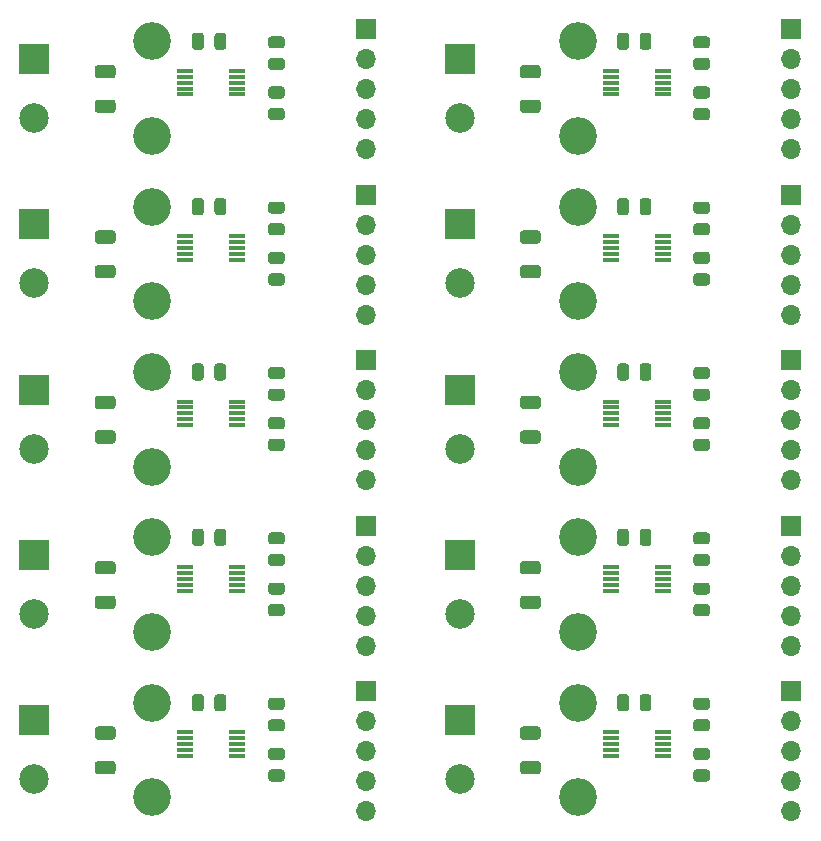
<source format=gbr>
%TF.GenerationSoftware,KiCad,Pcbnew,5.1.10*%
%TF.CreationDate,2021-11-07T07:50:52-05:00*%
%TF.ProjectId,CurrentSenseModule-RevB-10p,43757272-656e-4745-9365-6e73654d6f64,rev?*%
%TF.SameCoordinates,Original*%
%TF.FileFunction,Soldermask,Top*%
%TF.FilePolarity,Negative*%
%FSLAX46Y46*%
G04 Gerber Fmt 4.6, Leading zero omitted, Abs format (unit mm)*
G04 Created by KiCad (PCBNEW 5.1.10) date 2021-11-07 07:50:52*
%MOMM*%
%LPD*%
G01*
G04 APERTURE LIST*
%ADD10C,3.200000*%
%ADD11R,1.400000X0.300000*%
%ADD12C,2.500000*%
%ADD13R,2.500000X2.500000*%
%ADD14O,1.700000X1.700000*%
%ADD15R,1.700000X1.700000*%
G04 APERTURE END LIST*
D10*
%TO.C,REF\u002A\u002A*%
X114750000Y-63250000D03*
%TD*%
%TO.C,REF\u002A\u002A*%
X114750000Y-71250000D03*
%TD*%
D11*
%TO.C,U1*%
X117550000Y-67750000D03*
X117550000Y-67250000D03*
X117550000Y-66750000D03*
X117550000Y-66250000D03*
X117550000Y-65750000D03*
X121950000Y-65750000D03*
X121950000Y-66250000D03*
X121950000Y-66750000D03*
X121950000Y-67250000D03*
X121950000Y-67750000D03*
%TD*%
%TO.C,R3*%
G36*
G01*
X124799998Y-64650000D02*
X125700002Y-64650000D01*
G75*
G02*
X125950000Y-64899998I0J-249998D01*
G01*
X125950000Y-65425002D01*
G75*
G02*
X125700002Y-65675000I-249998J0D01*
G01*
X124799998Y-65675000D01*
G75*
G02*
X124550000Y-65425002I0J249998D01*
G01*
X124550000Y-64899998D01*
G75*
G02*
X124799998Y-64650000I249998J0D01*
G01*
G37*
G36*
G01*
X124799998Y-62825000D02*
X125700002Y-62825000D01*
G75*
G02*
X125950000Y-63074998I0J-249998D01*
G01*
X125950000Y-63600002D01*
G75*
G02*
X125700002Y-63850000I-249998J0D01*
G01*
X124799998Y-63850000D01*
G75*
G02*
X124550000Y-63600002I0J249998D01*
G01*
X124550000Y-63074998D01*
G75*
G02*
X124799998Y-62825000I249998J0D01*
G01*
G37*
%TD*%
%TO.C,R2*%
G36*
G01*
X125700002Y-68100000D02*
X124799998Y-68100000D01*
G75*
G02*
X124550000Y-67850002I0J249998D01*
G01*
X124550000Y-67324998D01*
G75*
G02*
X124799998Y-67075000I249998J0D01*
G01*
X125700002Y-67075000D01*
G75*
G02*
X125950000Y-67324998I0J-249998D01*
G01*
X125950000Y-67850002D01*
G75*
G02*
X125700002Y-68100000I-249998J0D01*
G01*
G37*
G36*
G01*
X125700002Y-69925000D02*
X124799998Y-69925000D01*
G75*
G02*
X124550000Y-69675002I0J249998D01*
G01*
X124550000Y-69149998D01*
G75*
G02*
X124799998Y-68900000I249998J0D01*
G01*
X125700002Y-68900000D01*
G75*
G02*
X125950000Y-69149998I0J-249998D01*
G01*
X125950000Y-69675002D01*
G75*
G02*
X125700002Y-69925000I-249998J0D01*
G01*
G37*
%TD*%
%TO.C,R1*%
G36*
G01*
X110124998Y-68187500D02*
X111375002Y-68187500D01*
G75*
G02*
X111625000Y-68437498I0J-249998D01*
G01*
X111625000Y-69062502D01*
G75*
G02*
X111375002Y-69312500I-249998J0D01*
G01*
X110124998Y-69312500D01*
G75*
G02*
X109875000Y-69062502I0J249998D01*
G01*
X109875000Y-68437498D01*
G75*
G02*
X110124998Y-68187500I249998J0D01*
G01*
G37*
G36*
G01*
X110124998Y-65262500D02*
X111375002Y-65262500D01*
G75*
G02*
X111625000Y-65512498I0J-249998D01*
G01*
X111625000Y-66137502D01*
G75*
G02*
X111375002Y-66387500I-249998J0D01*
G01*
X110124998Y-66387500D01*
G75*
G02*
X109875000Y-66137502I0J249998D01*
G01*
X109875000Y-65512498D01*
G75*
G02*
X110124998Y-65262500I249998J0D01*
G01*
G37*
%TD*%
D12*
%TO.C,J2*%
X104750000Y-69750000D03*
D13*
X104750000Y-64750000D03*
%TD*%
D14*
%TO.C,J1*%
X132850000Y-72410000D03*
X132850000Y-69870000D03*
X132850000Y-67330000D03*
X132850000Y-64790000D03*
D15*
X132850000Y-62250000D03*
%TD*%
%TO.C,C1*%
G36*
G01*
X120000000Y-63725000D02*
X120000000Y-62775000D01*
G75*
G02*
X120250000Y-62525000I250000J0D01*
G01*
X120750000Y-62525000D01*
G75*
G02*
X121000000Y-62775000I0J-250000D01*
G01*
X121000000Y-63725000D01*
G75*
G02*
X120750000Y-63975000I-250000J0D01*
G01*
X120250000Y-63975000D01*
G75*
G02*
X120000000Y-63725000I0J250000D01*
G01*
G37*
G36*
G01*
X118100000Y-63725000D02*
X118100000Y-62775000D01*
G75*
G02*
X118350000Y-62525000I250000J0D01*
G01*
X118850000Y-62525000D01*
G75*
G02*
X119100000Y-62775000I0J-250000D01*
G01*
X119100000Y-63725000D01*
G75*
G02*
X118850000Y-63975000I-250000J0D01*
G01*
X118350000Y-63975000D01*
G75*
G02*
X118100000Y-63725000I0J250000D01*
G01*
G37*
%TD*%
D10*
%TO.C,REF\u002A\u002A*%
X114750000Y-77250000D03*
%TD*%
%TO.C,REF\u002A\u002A*%
X114750000Y-85250000D03*
%TD*%
D11*
%TO.C,U1*%
X117550000Y-81750000D03*
X117550000Y-81250000D03*
X117550000Y-80750000D03*
X117550000Y-80250000D03*
X117550000Y-79750000D03*
X121950000Y-79750000D03*
X121950000Y-80250000D03*
X121950000Y-80750000D03*
X121950000Y-81250000D03*
X121950000Y-81750000D03*
%TD*%
%TO.C,R3*%
G36*
G01*
X124799998Y-78650000D02*
X125700002Y-78650000D01*
G75*
G02*
X125950000Y-78899998I0J-249998D01*
G01*
X125950000Y-79425002D01*
G75*
G02*
X125700002Y-79675000I-249998J0D01*
G01*
X124799998Y-79675000D01*
G75*
G02*
X124550000Y-79425002I0J249998D01*
G01*
X124550000Y-78899998D01*
G75*
G02*
X124799998Y-78650000I249998J0D01*
G01*
G37*
G36*
G01*
X124799998Y-76825000D02*
X125700002Y-76825000D01*
G75*
G02*
X125950000Y-77074998I0J-249998D01*
G01*
X125950000Y-77600002D01*
G75*
G02*
X125700002Y-77850000I-249998J0D01*
G01*
X124799998Y-77850000D01*
G75*
G02*
X124550000Y-77600002I0J249998D01*
G01*
X124550000Y-77074998D01*
G75*
G02*
X124799998Y-76825000I249998J0D01*
G01*
G37*
%TD*%
%TO.C,R2*%
G36*
G01*
X125700002Y-82100000D02*
X124799998Y-82100000D01*
G75*
G02*
X124550000Y-81850002I0J249998D01*
G01*
X124550000Y-81324998D01*
G75*
G02*
X124799998Y-81075000I249998J0D01*
G01*
X125700002Y-81075000D01*
G75*
G02*
X125950000Y-81324998I0J-249998D01*
G01*
X125950000Y-81850002D01*
G75*
G02*
X125700002Y-82100000I-249998J0D01*
G01*
G37*
G36*
G01*
X125700002Y-83925000D02*
X124799998Y-83925000D01*
G75*
G02*
X124550000Y-83675002I0J249998D01*
G01*
X124550000Y-83149998D01*
G75*
G02*
X124799998Y-82900000I249998J0D01*
G01*
X125700002Y-82900000D01*
G75*
G02*
X125950000Y-83149998I0J-249998D01*
G01*
X125950000Y-83675002D01*
G75*
G02*
X125700002Y-83925000I-249998J0D01*
G01*
G37*
%TD*%
%TO.C,R1*%
G36*
G01*
X110124998Y-82187500D02*
X111375002Y-82187500D01*
G75*
G02*
X111625000Y-82437498I0J-249998D01*
G01*
X111625000Y-83062502D01*
G75*
G02*
X111375002Y-83312500I-249998J0D01*
G01*
X110124998Y-83312500D01*
G75*
G02*
X109875000Y-83062502I0J249998D01*
G01*
X109875000Y-82437498D01*
G75*
G02*
X110124998Y-82187500I249998J0D01*
G01*
G37*
G36*
G01*
X110124998Y-79262500D02*
X111375002Y-79262500D01*
G75*
G02*
X111625000Y-79512498I0J-249998D01*
G01*
X111625000Y-80137502D01*
G75*
G02*
X111375002Y-80387500I-249998J0D01*
G01*
X110124998Y-80387500D01*
G75*
G02*
X109875000Y-80137502I0J249998D01*
G01*
X109875000Y-79512498D01*
G75*
G02*
X110124998Y-79262500I249998J0D01*
G01*
G37*
%TD*%
D12*
%TO.C,J2*%
X104750000Y-83750000D03*
D13*
X104750000Y-78750000D03*
%TD*%
D14*
%TO.C,J1*%
X132850000Y-86410000D03*
X132850000Y-83870000D03*
X132850000Y-81330000D03*
X132850000Y-78790000D03*
D15*
X132850000Y-76250000D03*
%TD*%
%TO.C,C1*%
G36*
G01*
X120000000Y-77725000D02*
X120000000Y-76775000D01*
G75*
G02*
X120250000Y-76525000I250000J0D01*
G01*
X120750000Y-76525000D01*
G75*
G02*
X121000000Y-76775000I0J-250000D01*
G01*
X121000000Y-77725000D01*
G75*
G02*
X120750000Y-77975000I-250000J0D01*
G01*
X120250000Y-77975000D01*
G75*
G02*
X120000000Y-77725000I0J250000D01*
G01*
G37*
G36*
G01*
X118100000Y-77725000D02*
X118100000Y-76775000D01*
G75*
G02*
X118350000Y-76525000I250000J0D01*
G01*
X118850000Y-76525000D01*
G75*
G02*
X119100000Y-76775000I0J-250000D01*
G01*
X119100000Y-77725000D01*
G75*
G02*
X118850000Y-77975000I-250000J0D01*
G01*
X118350000Y-77975000D01*
G75*
G02*
X118100000Y-77725000I0J250000D01*
G01*
G37*
%TD*%
D10*
%TO.C,REF\u002A\u002A*%
X150750000Y-63250000D03*
%TD*%
%TO.C,REF\u002A\u002A*%
X150750000Y-71250000D03*
%TD*%
D11*
%TO.C,U1*%
X153550000Y-67750000D03*
X153550000Y-67250000D03*
X153550000Y-66750000D03*
X153550000Y-66250000D03*
X153550000Y-65750000D03*
X157950000Y-65750000D03*
X157950000Y-66250000D03*
X157950000Y-66750000D03*
X157950000Y-67250000D03*
X157950000Y-67750000D03*
%TD*%
%TO.C,R3*%
G36*
G01*
X160799998Y-64650000D02*
X161700002Y-64650000D01*
G75*
G02*
X161950000Y-64899998I0J-249998D01*
G01*
X161950000Y-65425002D01*
G75*
G02*
X161700002Y-65675000I-249998J0D01*
G01*
X160799998Y-65675000D01*
G75*
G02*
X160550000Y-65425002I0J249998D01*
G01*
X160550000Y-64899998D01*
G75*
G02*
X160799998Y-64650000I249998J0D01*
G01*
G37*
G36*
G01*
X160799998Y-62825000D02*
X161700002Y-62825000D01*
G75*
G02*
X161950000Y-63074998I0J-249998D01*
G01*
X161950000Y-63600002D01*
G75*
G02*
X161700002Y-63850000I-249998J0D01*
G01*
X160799998Y-63850000D01*
G75*
G02*
X160550000Y-63600002I0J249998D01*
G01*
X160550000Y-63074998D01*
G75*
G02*
X160799998Y-62825000I249998J0D01*
G01*
G37*
%TD*%
%TO.C,R2*%
G36*
G01*
X161700002Y-68100000D02*
X160799998Y-68100000D01*
G75*
G02*
X160550000Y-67850002I0J249998D01*
G01*
X160550000Y-67324998D01*
G75*
G02*
X160799998Y-67075000I249998J0D01*
G01*
X161700002Y-67075000D01*
G75*
G02*
X161950000Y-67324998I0J-249998D01*
G01*
X161950000Y-67850002D01*
G75*
G02*
X161700002Y-68100000I-249998J0D01*
G01*
G37*
G36*
G01*
X161700002Y-69925000D02*
X160799998Y-69925000D01*
G75*
G02*
X160550000Y-69675002I0J249998D01*
G01*
X160550000Y-69149998D01*
G75*
G02*
X160799998Y-68900000I249998J0D01*
G01*
X161700002Y-68900000D01*
G75*
G02*
X161950000Y-69149998I0J-249998D01*
G01*
X161950000Y-69675002D01*
G75*
G02*
X161700002Y-69925000I-249998J0D01*
G01*
G37*
%TD*%
%TO.C,R1*%
G36*
G01*
X146124998Y-68187500D02*
X147375002Y-68187500D01*
G75*
G02*
X147625000Y-68437498I0J-249998D01*
G01*
X147625000Y-69062502D01*
G75*
G02*
X147375002Y-69312500I-249998J0D01*
G01*
X146124998Y-69312500D01*
G75*
G02*
X145875000Y-69062502I0J249998D01*
G01*
X145875000Y-68437498D01*
G75*
G02*
X146124998Y-68187500I249998J0D01*
G01*
G37*
G36*
G01*
X146124998Y-65262500D02*
X147375002Y-65262500D01*
G75*
G02*
X147625000Y-65512498I0J-249998D01*
G01*
X147625000Y-66137502D01*
G75*
G02*
X147375002Y-66387500I-249998J0D01*
G01*
X146124998Y-66387500D01*
G75*
G02*
X145875000Y-66137502I0J249998D01*
G01*
X145875000Y-65512498D01*
G75*
G02*
X146124998Y-65262500I249998J0D01*
G01*
G37*
%TD*%
D12*
%TO.C,J2*%
X140750000Y-69750000D03*
D13*
X140750000Y-64750000D03*
%TD*%
D14*
%TO.C,J1*%
X168850000Y-72410000D03*
X168850000Y-69870000D03*
X168850000Y-67330000D03*
X168850000Y-64790000D03*
D15*
X168850000Y-62250000D03*
%TD*%
%TO.C,C1*%
G36*
G01*
X156000000Y-63725000D02*
X156000000Y-62775000D01*
G75*
G02*
X156250000Y-62525000I250000J0D01*
G01*
X156750000Y-62525000D01*
G75*
G02*
X157000000Y-62775000I0J-250000D01*
G01*
X157000000Y-63725000D01*
G75*
G02*
X156750000Y-63975000I-250000J0D01*
G01*
X156250000Y-63975000D01*
G75*
G02*
X156000000Y-63725000I0J250000D01*
G01*
G37*
G36*
G01*
X154100000Y-63725000D02*
X154100000Y-62775000D01*
G75*
G02*
X154350000Y-62525000I250000J0D01*
G01*
X154850000Y-62525000D01*
G75*
G02*
X155100000Y-62775000I0J-250000D01*
G01*
X155100000Y-63725000D01*
G75*
G02*
X154850000Y-63975000I-250000J0D01*
G01*
X154350000Y-63975000D01*
G75*
G02*
X154100000Y-63725000I0J250000D01*
G01*
G37*
%TD*%
D10*
%TO.C,REF\u002A\u002A*%
X150750000Y-77250000D03*
%TD*%
%TO.C,REF\u002A\u002A*%
X150750000Y-85250000D03*
%TD*%
D11*
%TO.C,U1*%
X153550000Y-81750000D03*
X153550000Y-81250000D03*
X153550000Y-80750000D03*
X153550000Y-80250000D03*
X153550000Y-79750000D03*
X157950000Y-79750000D03*
X157950000Y-80250000D03*
X157950000Y-80750000D03*
X157950000Y-81250000D03*
X157950000Y-81750000D03*
%TD*%
%TO.C,R3*%
G36*
G01*
X160799998Y-78650000D02*
X161700002Y-78650000D01*
G75*
G02*
X161950000Y-78899998I0J-249998D01*
G01*
X161950000Y-79425002D01*
G75*
G02*
X161700002Y-79675000I-249998J0D01*
G01*
X160799998Y-79675000D01*
G75*
G02*
X160550000Y-79425002I0J249998D01*
G01*
X160550000Y-78899998D01*
G75*
G02*
X160799998Y-78650000I249998J0D01*
G01*
G37*
G36*
G01*
X160799998Y-76825000D02*
X161700002Y-76825000D01*
G75*
G02*
X161950000Y-77074998I0J-249998D01*
G01*
X161950000Y-77600002D01*
G75*
G02*
X161700002Y-77850000I-249998J0D01*
G01*
X160799998Y-77850000D01*
G75*
G02*
X160550000Y-77600002I0J249998D01*
G01*
X160550000Y-77074998D01*
G75*
G02*
X160799998Y-76825000I249998J0D01*
G01*
G37*
%TD*%
%TO.C,R2*%
G36*
G01*
X161700002Y-82100000D02*
X160799998Y-82100000D01*
G75*
G02*
X160550000Y-81850002I0J249998D01*
G01*
X160550000Y-81324998D01*
G75*
G02*
X160799998Y-81075000I249998J0D01*
G01*
X161700002Y-81075000D01*
G75*
G02*
X161950000Y-81324998I0J-249998D01*
G01*
X161950000Y-81850002D01*
G75*
G02*
X161700002Y-82100000I-249998J0D01*
G01*
G37*
G36*
G01*
X161700002Y-83925000D02*
X160799998Y-83925000D01*
G75*
G02*
X160550000Y-83675002I0J249998D01*
G01*
X160550000Y-83149998D01*
G75*
G02*
X160799998Y-82900000I249998J0D01*
G01*
X161700002Y-82900000D01*
G75*
G02*
X161950000Y-83149998I0J-249998D01*
G01*
X161950000Y-83675002D01*
G75*
G02*
X161700002Y-83925000I-249998J0D01*
G01*
G37*
%TD*%
%TO.C,R1*%
G36*
G01*
X146124998Y-82187500D02*
X147375002Y-82187500D01*
G75*
G02*
X147625000Y-82437498I0J-249998D01*
G01*
X147625000Y-83062502D01*
G75*
G02*
X147375002Y-83312500I-249998J0D01*
G01*
X146124998Y-83312500D01*
G75*
G02*
X145875000Y-83062502I0J249998D01*
G01*
X145875000Y-82437498D01*
G75*
G02*
X146124998Y-82187500I249998J0D01*
G01*
G37*
G36*
G01*
X146124998Y-79262500D02*
X147375002Y-79262500D01*
G75*
G02*
X147625000Y-79512498I0J-249998D01*
G01*
X147625000Y-80137502D01*
G75*
G02*
X147375002Y-80387500I-249998J0D01*
G01*
X146124998Y-80387500D01*
G75*
G02*
X145875000Y-80137502I0J249998D01*
G01*
X145875000Y-79512498D01*
G75*
G02*
X146124998Y-79262500I249998J0D01*
G01*
G37*
%TD*%
D12*
%TO.C,J2*%
X140750000Y-83750000D03*
D13*
X140750000Y-78750000D03*
%TD*%
D14*
%TO.C,J1*%
X168850000Y-86410000D03*
X168850000Y-83870000D03*
X168850000Y-81330000D03*
X168850000Y-78790000D03*
D15*
X168850000Y-76250000D03*
%TD*%
%TO.C,C1*%
G36*
G01*
X156000000Y-77725000D02*
X156000000Y-76775000D01*
G75*
G02*
X156250000Y-76525000I250000J0D01*
G01*
X156750000Y-76525000D01*
G75*
G02*
X157000000Y-76775000I0J-250000D01*
G01*
X157000000Y-77725000D01*
G75*
G02*
X156750000Y-77975000I-250000J0D01*
G01*
X156250000Y-77975000D01*
G75*
G02*
X156000000Y-77725000I0J250000D01*
G01*
G37*
G36*
G01*
X154100000Y-77725000D02*
X154100000Y-76775000D01*
G75*
G02*
X154350000Y-76525000I250000J0D01*
G01*
X154850000Y-76525000D01*
G75*
G02*
X155100000Y-76775000I0J-250000D01*
G01*
X155100000Y-77725000D01*
G75*
G02*
X154850000Y-77975000I-250000J0D01*
G01*
X154350000Y-77975000D01*
G75*
G02*
X154100000Y-77725000I0J250000D01*
G01*
G37*
%TD*%
D10*
%TO.C,REF\u002A\u002A*%
X114750000Y-91250000D03*
%TD*%
%TO.C,REF\u002A\u002A*%
X114750000Y-99250000D03*
%TD*%
D11*
%TO.C,U1*%
X117550000Y-95750000D03*
X117550000Y-95250000D03*
X117550000Y-94750000D03*
X117550000Y-94250000D03*
X117550000Y-93750000D03*
X121950000Y-93750000D03*
X121950000Y-94250000D03*
X121950000Y-94750000D03*
X121950000Y-95250000D03*
X121950000Y-95750000D03*
%TD*%
%TO.C,R3*%
G36*
G01*
X124799998Y-92650000D02*
X125700002Y-92650000D01*
G75*
G02*
X125950000Y-92899998I0J-249998D01*
G01*
X125950000Y-93425002D01*
G75*
G02*
X125700002Y-93675000I-249998J0D01*
G01*
X124799998Y-93675000D01*
G75*
G02*
X124550000Y-93425002I0J249998D01*
G01*
X124550000Y-92899998D01*
G75*
G02*
X124799998Y-92650000I249998J0D01*
G01*
G37*
G36*
G01*
X124799998Y-90825000D02*
X125700002Y-90825000D01*
G75*
G02*
X125950000Y-91074998I0J-249998D01*
G01*
X125950000Y-91600002D01*
G75*
G02*
X125700002Y-91850000I-249998J0D01*
G01*
X124799998Y-91850000D01*
G75*
G02*
X124550000Y-91600002I0J249998D01*
G01*
X124550000Y-91074998D01*
G75*
G02*
X124799998Y-90825000I249998J0D01*
G01*
G37*
%TD*%
%TO.C,R2*%
G36*
G01*
X125700002Y-96100000D02*
X124799998Y-96100000D01*
G75*
G02*
X124550000Y-95850002I0J249998D01*
G01*
X124550000Y-95324998D01*
G75*
G02*
X124799998Y-95075000I249998J0D01*
G01*
X125700002Y-95075000D01*
G75*
G02*
X125950000Y-95324998I0J-249998D01*
G01*
X125950000Y-95850002D01*
G75*
G02*
X125700002Y-96100000I-249998J0D01*
G01*
G37*
G36*
G01*
X125700002Y-97925000D02*
X124799998Y-97925000D01*
G75*
G02*
X124550000Y-97675002I0J249998D01*
G01*
X124550000Y-97149998D01*
G75*
G02*
X124799998Y-96900000I249998J0D01*
G01*
X125700002Y-96900000D01*
G75*
G02*
X125950000Y-97149998I0J-249998D01*
G01*
X125950000Y-97675002D01*
G75*
G02*
X125700002Y-97925000I-249998J0D01*
G01*
G37*
%TD*%
%TO.C,R1*%
G36*
G01*
X110124998Y-96187500D02*
X111375002Y-96187500D01*
G75*
G02*
X111625000Y-96437498I0J-249998D01*
G01*
X111625000Y-97062502D01*
G75*
G02*
X111375002Y-97312500I-249998J0D01*
G01*
X110124998Y-97312500D01*
G75*
G02*
X109875000Y-97062502I0J249998D01*
G01*
X109875000Y-96437498D01*
G75*
G02*
X110124998Y-96187500I249998J0D01*
G01*
G37*
G36*
G01*
X110124998Y-93262500D02*
X111375002Y-93262500D01*
G75*
G02*
X111625000Y-93512498I0J-249998D01*
G01*
X111625000Y-94137502D01*
G75*
G02*
X111375002Y-94387500I-249998J0D01*
G01*
X110124998Y-94387500D01*
G75*
G02*
X109875000Y-94137502I0J249998D01*
G01*
X109875000Y-93512498D01*
G75*
G02*
X110124998Y-93262500I249998J0D01*
G01*
G37*
%TD*%
D12*
%TO.C,J2*%
X104750000Y-97750000D03*
D13*
X104750000Y-92750000D03*
%TD*%
D14*
%TO.C,J1*%
X132850000Y-100410000D03*
X132850000Y-97870000D03*
X132850000Y-95330000D03*
X132850000Y-92790000D03*
D15*
X132850000Y-90250000D03*
%TD*%
%TO.C,C1*%
G36*
G01*
X120000000Y-91725000D02*
X120000000Y-90775000D01*
G75*
G02*
X120250000Y-90525000I250000J0D01*
G01*
X120750000Y-90525000D01*
G75*
G02*
X121000000Y-90775000I0J-250000D01*
G01*
X121000000Y-91725000D01*
G75*
G02*
X120750000Y-91975000I-250000J0D01*
G01*
X120250000Y-91975000D01*
G75*
G02*
X120000000Y-91725000I0J250000D01*
G01*
G37*
G36*
G01*
X118100000Y-91725000D02*
X118100000Y-90775000D01*
G75*
G02*
X118350000Y-90525000I250000J0D01*
G01*
X118850000Y-90525000D01*
G75*
G02*
X119100000Y-90775000I0J-250000D01*
G01*
X119100000Y-91725000D01*
G75*
G02*
X118850000Y-91975000I-250000J0D01*
G01*
X118350000Y-91975000D01*
G75*
G02*
X118100000Y-91725000I0J250000D01*
G01*
G37*
%TD*%
D10*
%TO.C,REF\u002A\u002A*%
X150750000Y-91250000D03*
%TD*%
%TO.C,REF\u002A\u002A*%
X150750000Y-99250000D03*
%TD*%
D11*
%TO.C,U1*%
X153550000Y-95750000D03*
X153550000Y-95250000D03*
X153550000Y-94750000D03*
X153550000Y-94250000D03*
X153550000Y-93750000D03*
X157950000Y-93750000D03*
X157950000Y-94250000D03*
X157950000Y-94750000D03*
X157950000Y-95250000D03*
X157950000Y-95750000D03*
%TD*%
%TO.C,R3*%
G36*
G01*
X160799998Y-92650000D02*
X161700002Y-92650000D01*
G75*
G02*
X161950000Y-92899998I0J-249998D01*
G01*
X161950000Y-93425002D01*
G75*
G02*
X161700002Y-93675000I-249998J0D01*
G01*
X160799998Y-93675000D01*
G75*
G02*
X160550000Y-93425002I0J249998D01*
G01*
X160550000Y-92899998D01*
G75*
G02*
X160799998Y-92650000I249998J0D01*
G01*
G37*
G36*
G01*
X160799998Y-90825000D02*
X161700002Y-90825000D01*
G75*
G02*
X161950000Y-91074998I0J-249998D01*
G01*
X161950000Y-91600002D01*
G75*
G02*
X161700002Y-91850000I-249998J0D01*
G01*
X160799998Y-91850000D01*
G75*
G02*
X160550000Y-91600002I0J249998D01*
G01*
X160550000Y-91074998D01*
G75*
G02*
X160799998Y-90825000I249998J0D01*
G01*
G37*
%TD*%
%TO.C,R2*%
G36*
G01*
X161700002Y-96100000D02*
X160799998Y-96100000D01*
G75*
G02*
X160550000Y-95850002I0J249998D01*
G01*
X160550000Y-95324998D01*
G75*
G02*
X160799998Y-95075000I249998J0D01*
G01*
X161700002Y-95075000D01*
G75*
G02*
X161950000Y-95324998I0J-249998D01*
G01*
X161950000Y-95850002D01*
G75*
G02*
X161700002Y-96100000I-249998J0D01*
G01*
G37*
G36*
G01*
X161700002Y-97925000D02*
X160799998Y-97925000D01*
G75*
G02*
X160550000Y-97675002I0J249998D01*
G01*
X160550000Y-97149998D01*
G75*
G02*
X160799998Y-96900000I249998J0D01*
G01*
X161700002Y-96900000D01*
G75*
G02*
X161950000Y-97149998I0J-249998D01*
G01*
X161950000Y-97675002D01*
G75*
G02*
X161700002Y-97925000I-249998J0D01*
G01*
G37*
%TD*%
%TO.C,R1*%
G36*
G01*
X146124998Y-96187500D02*
X147375002Y-96187500D01*
G75*
G02*
X147625000Y-96437498I0J-249998D01*
G01*
X147625000Y-97062502D01*
G75*
G02*
X147375002Y-97312500I-249998J0D01*
G01*
X146124998Y-97312500D01*
G75*
G02*
X145875000Y-97062502I0J249998D01*
G01*
X145875000Y-96437498D01*
G75*
G02*
X146124998Y-96187500I249998J0D01*
G01*
G37*
G36*
G01*
X146124998Y-93262500D02*
X147375002Y-93262500D01*
G75*
G02*
X147625000Y-93512498I0J-249998D01*
G01*
X147625000Y-94137502D01*
G75*
G02*
X147375002Y-94387500I-249998J0D01*
G01*
X146124998Y-94387500D01*
G75*
G02*
X145875000Y-94137502I0J249998D01*
G01*
X145875000Y-93512498D01*
G75*
G02*
X146124998Y-93262500I249998J0D01*
G01*
G37*
%TD*%
D12*
%TO.C,J2*%
X140750000Y-97750000D03*
D13*
X140750000Y-92750000D03*
%TD*%
D14*
%TO.C,J1*%
X168850000Y-100410000D03*
X168850000Y-97870000D03*
X168850000Y-95330000D03*
X168850000Y-92790000D03*
D15*
X168850000Y-90250000D03*
%TD*%
%TO.C,C1*%
G36*
G01*
X156000000Y-91725000D02*
X156000000Y-90775000D01*
G75*
G02*
X156250000Y-90525000I250000J0D01*
G01*
X156750000Y-90525000D01*
G75*
G02*
X157000000Y-90775000I0J-250000D01*
G01*
X157000000Y-91725000D01*
G75*
G02*
X156750000Y-91975000I-250000J0D01*
G01*
X156250000Y-91975000D01*
G75*
G02*
X156000000Y-91725000I0J250000D01*
G01*
G37*
G36*
G01*
X154100000Y-91725000D02*
X154100000Y-90775000D01*
G75*
G02*
X154350000Y-90525000I250000J0D01*
G01*
X154850000Y-90525000D01*
G75*
G02*
X155100000Y-90775000I0J-250000D01*
G01*
X155100000Y-91725000D01*
G75*
G02*
X154850000Y-91975000I-250000J0D01*
G01*
X154350000Y-91975000D01*
G75*
G02*
X154100000Y-91725000I0J250000D01*
G01*
G37*
%TD*%
D10*
%TO.C,REF\u002A\u002A*%
X114750000Y-105250000D03*
%TD*%
%TO.C,REF\u002A\u002A*%
X114750000Y-113250000D03*
%TD*%
D11*
%TO.C,U1*%
X117550000Y-109750000D03*
X117550000Y-109250000D03*
X117550000Y-108750000D03*
X117550000Y-108250000D03*
X117550000Y-107750000D03*
X121950000Y-107750000D03*
X121950000Y-108250000D03*
X121950000Y-108750000D03*
X121950000Y-109250000D03*
X121950000Y-109750000D03*
%TD*%
%TO.C,R3*%
G36*
G01*
X124799998Y-106650000D02*
X125700002Y-106650000D01*
G75*
G02*
X125950000Y-106899998I0J-249998D01*
G01*
X125950000Y-107425002D01*
G75*
G02*
X125700002Y-107675000I-249998J0D01*
G01*
X124799998Y-107675000D01*
G75*
G02*
X124550000Y-107425002I0J249998D01*
G01*
X124550000Y-106899998D01*
G75*
G02*
X124799998Y-106650000I249998J0D01*
G01*
G37*
G36*
G01*
X124799998Y-104825000D02*
X125700002Y-104825000D01*
G75*
G02*
X125950000Y-105074998I0J-249998D01*
G01*
X125950000Y-105600002D01*
G75*
G02*
X125700002Y-105850000I-249998J0D01*
G01*
X124799998Y-105850000D01*
G75*
G02*
X124550000Y-105600002I0J249998D01*
G01*
X124550000Y-105074998D01*
G75*
G02*
X124799998Y-104825000I249998J0D01*
G01*
G37*
%TD*%
%TO.C,R2*%
G36*
G01*
X125700002Y-110100000D02*
X124799998Y-110100000D01*
G75*
G02*
X124550000Y-109850002I0J249998D01*
G01*
X124550000Y-109324998D01*
G75*
G02*
X124799998Y-109075000I249998J0D01*
G01*
X125700002Y-109075000D01*
G75*
G02*
X125950000Y-109324998I0J-249998D01*
G01*
X125950000Y-109850002D01*
G75*
G02*
X125700002Y-110100000I-249998J0D01*
G01*
G37*
G36*
G01*
X125700002Y-111925000D02*
X124799998Y-111925000D01*
G75*
G02*
X124550000Y-111675002I0J249998D01*
G01*
X124550000Y-111149998D01*
G75*
G02*
X124799998Y-110900000I249998J0D01*
G01*
X125700002Y-110900000D01*
G75*
G02*
X125950000Y-111149998I0J-249998D01*
G01*
X125950000Y-111675002D01*
G75*
G02*
X125700002Y-111925000I-249998J0D01*
G01*
G37*
%TD*%
%TO.C,R1*%
G36*
G01*
X110124998Y-110187500D02*
X111375002Y-110187500D01*
G75*
G02*
X111625000Y-110437498I0J-249998D01*
G01*
X111625000Y-111062502D01*
G75*
G02*
X111375002Y-111312500I-249998J0D01*
G01*
X110124998Y-111312500D01*
G75*
G02*
X109875000Y-111062502I0J249998D01*
G01*
X109875000Y-110437498D01*
G75*
G02*
X110124998Y-110187500I249998J0D01*
G01*
G37*
G36*
G01*
X110124998Y-107262500D02*
X111375002Y-107262500D01*
G75*
G02*
X111625000Y-107512498I0J-249998D01*
G01*
X111625000Y-108137502D01*
G75*
G02*
X111375002Y-108387500I-249998J0D01*
G01*
X110124998Y-108387500D01*
G75*
G02*
X109875000Y-108137502I0J249998D01*
G01*
X109875000Y-107512498D01*
G75*
G02*
X110124998Y-107262500I249998J0D01*
G01*
G37*
%TD*%
D12*
%TO.C,J2*%
X104750000Y-111750000D03*
D13*
X104750000Y-106750000D03*
%TD*%
D14*
%TO.C,J1*%
X132850000Y-114410000D03*
X132850000Y-111870000D03*
X132850000Y-109330000D03*
X132850000Y-106790000D03*
D15*
X132850000Y-104250000D03*
%TD*%
%TO.C,C1*%
G36*
G01*
X120000000Y-105725000D02*
X120000000Y-104775000D01*
G75*
G02*
X120250000Y-104525000I250000J0D01*
G01*
X120750000Y-104525000D01*
G75*
G02*
X121000000Y-104775000I0J-250000D01*
G01*
X121000000Y-105725000D01*
G75*
G02*
X120750000Y-105975000I-250000J0D01*
G01*
X120250000Y-105975000D01*
G75*
G02*
X120000000Y-105725000I0J250000D01*
G01*
G37*
G36*
G01*
X118100000Y-105725000D02*
X118100000Y-104775000D01*
G75*
G02*
X118350000Y-104525000I250000J0D01*
G01*
X118850000Y-104525000D01*
G75*
G02*
X119100000Y-104775000I0J-250000D01*
G01*
X119100000Y-105725000D01*
G75*
G02*
X118850000Y-105975000I-250000J0D01*
G01*
X118350000Y-105975000D01*
G75*
G02*
X118100000Y-105725000I0J250000D01*
G01*
G37*
%TD*%
D10*
%TO.C,REF\u002A\u002A*%
X150750000Y-105250000D03*
%TD*%
%TO.C,REF\u002A\u002A*%
X150750000Y-113250000D03*
%TD*%
D11*
%TO.C,U1*%
X153550000Y-109750000D03*
X153550000Y-109250000D03*
X153550000Y-108750000D03*
X153550000Y-108250000D03*
X153550000Y-107750000D03*
X157950000Y-107750000D03*
X157950000Y-108250000D03*
X157950000Y-108750000D03*
X157950000Y-109250000D03*
X157950000Y-109750000D03*
%TD*%
%TO.C,R3*%
G36*
G01*
X160799998Y-106650000D02*
X161700002Y-106650000D01*
G75*
G02*
X161950000Y-106899998I0J-249998D01*
G01*
X161950000Y-107425002D01*
G75*
G02*
X161700002Y-107675000I-249998J0D01*
G01*
X160799998Y-107675000D01*
G75*
G02*
X160550000Y-107425002I0J249998D01*
G01*
X160550000Y-106899998D01*
G75*
G02*
X160799998Y-106650000I249998J0D01*
G01*
G37*
G36*
G01*
X160799998Y-104825000D02*
X161700002Y-104825000D01*
G75*
G02*
X161950000Y-105074998I0J-249998D01*
G01*
X161950000Y-105600002D01*
G75*
G02*
X161700002Y-105850000I-249998J0D01*
G01*
X160799998Y-105850000D01*
G75*
G02*
X160550000Y-105600002I0J249998D01*
G01*
X160550000Y-105074998D01*
G75*
G02*
X160799998Y-104825000I249998J0D01*
G01*
G37*
%TD*%
%TO.C,R2*%
G36*
G01*
X161700002Y-110100000D02*
X160799998Y-110100000D01*
G75*
G02*
X160550000Y-109850002I0J249998D01*
G01*
X160550000Y-109324998D01*
G75*
G02*
X160799998Y-109075000I249998J0D01*
G01*
X161700002Y-109075000D01*
G75*
G02*
X161950000Y-109324998I0J-249998D01*
G01*
X161950000Y-109850002D01*
G75*
G02*
X161700002Y-110100000I-249998J0D01*
G01*
G37*
G36*
G01*
X161700002Y-111925000D02*
X160799998Y-111925000D01*
G75*
G02*
X160550000Y-111675002I0J249998D01*
G01*
X160550000Y-111149998D01*
G75*
G02*
X160799998Y-110900000I249998J0D01*
G01*
X161700002Y-110900000D01*
G75*
G02*
X161950000Y-111149998I0J-249998D01*
G01*
X161950000Y-111675002D01*
G75*
G02*
X161700002Y-111925000I-249998J0D01*
G01*
G37*
%TD*%
%TO.C,R1*%
G36*
G01*
X146124998Y-110187500D02*
X147375002Y-110187500D01*
G75*
G02*
X147625000Y-110437498I0J-249998D01*
G01*
X147625000Y-111062502D01*
G75*
G02*
X147375002Y-111312500I-249998J0D01*
G01*
X146124998Y-111312500D01*
G75*
G02*
X145875000Y-111062502I0J249998D01*
G01*
X145875000Y-110437498D01*
G75*
G02*
X146124998Y-110187500I249998J0D01*
G01*
G37*
G36*
G01*
X146124998Y-107262500D02*
X147375002Y-107262500D01*
G75*
G02*
X147625000Y-107512498I0J-249998D01*
G01*
X147625000Y-108137502D01*
G75*
G02*
X147375002Y-108387500I-249998J0D01*
G01*
X146124998Y-108387500D01*
G75*
G02*
X145875000Y-108137502I0J249998D01*
G01*
X145875000Y-107512498D01*
G75*
G02*
X146124998Y-107262500I249998J0D01*
G01*
G37*
%TD*%
D12*
%TO.C,J2*%
X140750000Y-111750000D03*
D13*
X140750000Y-106750000D03*
%TD*%
D14*
%TO.C,J1*%
X168850000Y-114410000D03*
X168850000Y-111870000D03*
X168850000Y-109330000D03*
X168850000Y-106790000D03*
D15*
X168850000Y-104250000D03*
%TD*%
%TO.C,C1*%
G36*
G01*
X156000000Y-105725000D02*
X156000000Y-104775000D01*
G75*
G02*
X156250000Y-104525000I250000J0D01*
G01*
X156750000Y-104525000D01*
G75*
G02*
X157000000Y-104775000I0J-250000D01*
G01*
X157000000Y-105725000D01*
G75*
G02*
X156750000Y-105975000I-250000J0D01*
G01*
X156250000Y-105975000D01*
G75*
G02*
X156000000Y-105725000I0J250000D01*
G01*
G37*
G36*
G01*
X154100000Y-105725000D02*
X154100000Y-104775000D01*
G75*
G02*
X154350000Y-104525000I250000J0D01*
G01*
X154850000Y-104525000D01*
G75*
G02*
X155100000Y-104775000I0J-250000D01*
G01*
X155100000Y-105725000D01*
G75*
G02*
X154850000Y-105975000I-250000J0D01*
G01*
X154350000Y-105975000D01*
G75*
G02*
X154100000Y-105725000I0J250000D01*
G01*
G37*
%TD*%
D10*
%TO.C,REF\u002A\u002A*%
X114750000Y-119250000D03*
%TD*%
%TO.C,REF\u002A\u002A*%
X114750000Y-127250000D03*
%TD*%
D11*
%TO.C,U1*%
X117550000Y-123750000D03*
X117550000Y-123250000D03*
X117550000Y-122750000D03*
X117550000Y-122250000D03*
X117550000Y-121750000D03*
X121950000Y-121750000D03*
X121950000Y-122250000D03*
X121950000Y-122750000D03*
X121950000Y-123250000D03*
X121950000Y-123750000D03*
%TD*%
%TO.C,R3*%
G36*
G01*
X124799998Y-120650000D02*
X125700002Y-120650000D01*
G75*
G02*
X125950000Y-120899998I0J-249998D01*
G01*
X125950000Y-121425002D01*
G75*
G02*
X125700002Y-121675000I-249998J0D01*
G01*
X124799998Y-121675000D01*
G75*
G02*
X124550000Y-121425002I0J249998D01*
G01*
X124550000Y-120899998D01*
G75*
G02*
X124799998Y-120650000I249998J0D01*
G01*
G37*
G36*
G01*
X124799998Y-118825000D02*
X125700002Y-118825000D01*
G75*
G02*
X125950000Y-119074998I0J-249998D01*
G01*
X125950000Y-119600002D01*
G75*
G02*
X125700002Y-119850000I-249998J0D01*
G01*
X124799998Y-119850000D01*
G75*
G02*
X124550000Y-119600002I0J249998D01*
G01*
X124550000Y-119074998D01*
G75*
G02*
X124799998Y-118825000I249998J0D01*
G01*
G37*
%TD*%
%TO.C,R2*%
G36*
G01*
X125700002Y-124100000D02*
X124799998Y-124100000D01*
G75*
G02*
X124550000Y-123850002I0J249998D01*
G01*
X124550000Y-123324998D01*
G75*
G02*
X124799998Y-123075000I249998J0D01*
G01*
X125700002Y-123075000D01*
G75*
G02*
X125950000Y-123324998I0J-249998D01*
G01*
X125950000Y-123850002D01*
G75*
G02*
X125700002Y-124100000I-249998J0D01*
G01*
G37*
G36*
G01*
X125700002Y-125925000D02*
X124799998Y-125925000D01*
G75*
G02*
X124550000Y-125675002I0J249998D01*
G01*
X124550000Y-125149998D01*
G75*
G02*
X124799998Y-124900000I249998J0D01*
G01*
X125700002Y-124900000D01*
G75*
G02*
X125950000Y-125149998I0J-249998D01*
G01*
X125950000Y-125675002D01*
G75*
G02*
X125700002Y-125925000I-249998J0D01*
G01*
G37*
%TD*%
%TO.C,R1*%
G36*
G01*
X110124998Y-124187500D02*
X111375002Y-124187500D01*
G75*
G02*
X111625000Y-124437498I0J-249998D01*
G01*
X111625000Y-125062502D01*
G75*
G02*
X111375002Y-125312500I-249998J0D01*
G01*
X110124998Y-125312500D01*
G75*
G02*
X109875000Y-125062502I0J249998D01*
G01*
X109875000Y-124437498D01*
G75*
G02*
X110124998Y-124187500I249998J0D01*
G01*
G37*
G36*
G01*
X110124998Y-121262500D02*
X111375002Y-121262500D01*
G75*
G02*
X111625000Y-121512498I0J-249998D01*
G01*
X111625000Y-122137502D01*
G75*
G02*
X111375002Y-122387500I-249998J0D01*
G01*
X110124998Y-122387500D01*
G75*
G02*
X109875000Y-122137502I0J249998D01*
G01*
X109875000Y-121512498D01*
G75*
G02*
X110124998Y-121262500I249998J0D01*
G01*
G37*
%TD*%
D12*
%TO.C,J2*%
X104750000Y-125750000D03*
D13*
X104750000Y-120750000D03*
%TD*%
D14*
%TO.C,J1*%
X132850000Y-128410000D03*
X132850000Y-125870000D03*
X132850000Y-123330000D03*
X132850000Y-120790000D03*
D15*
X132850000Y-118250000D03*
%TD*%
%TO.C,C1*%
G36*
G01*
X120000000Y-119725000D02*
X120000000Y-118775000D01*
G75*
G02*
X120250000Y-118525000I250000J0D01*
G01*
X120750000Y-118525000D01*
G75*
G02*
X121000000Y-118775000I0J-250000D01*
G01*
X121000000Y-119725000D01*
G75*
G02*
X120750000Y-119975000I-250000J0D01*
G01*
X120250000Y-119975000D01*
G75*
G02*
X120000000Y-119725000I0J250000D01*
G01*
G37*
G36*
G01*
X118100000Y-119725000D02*
X118100000Y-118775000D01*
G75*
G02*
X118350000Y-118525000I250000J0D01*
G01*
X118850000Y-118525000D01*
G75*
G02*
X119100000Y-118775000I0J-250000D01*
G01*
X119100000Y-119725000D01*
G75*
G02*
X118850000Y-119975000I-250000J0D01*
G01*
X118350000Y-119975000D01*
G75*
G02*
X118100000Y-119725000I0J250000D01*
G01*
G37*
%TD*%
D10*
%TO.C,REF\u002A\u002A*%
X150750000Y-119250000D03*
%TD*%
%TO.C,REF\u002A\u002A*%
X150750000Y-127250000D03*
%TD*%
D11*
%TO.C,U1*%
X153550000Y-123750000D03*
X153550000Y-123250000D03*
X153550000Y-122750000D03*
X153550000Y-122250000D03*
X153550000Y-121750000D03*
X157950000Y-121750000D03*
X157950000Y-122250000D03*
X157950000Y-122750000D03*
X157950000Y-123250000D03*
X157950000Y-123750000D03*
%TD*%
%TO.C,R3*%
G36*
G01*
X160799998Y-120650000D02*
X161700002Y-120650000D01*
G75*
G02*
X161950000Y-120899998I0J-249998D01*
G01*
X161950000Y-121425002D01*
G75*
G02*
X161700002Y-121675000I-249998J0D01*
G01*
X160799998Y-121675000D01*
G75*
G02*
X160550000Y-121425002I0J249998D01*
G01*
X160550000Y-120899998D01*
G75*
G02*
X160799998Y-120650000I249998J0D01*
G01*
G37*
G36*
G01*
X160799998Y-118825000D02*
X161700002Y-118825000D01*
G75*
G02*
X161950000Y-119074998I0J-249998D01*
G01*
X161950000Y-119600002D01*
G75*
G02*
X161700002Y-119850000I-249998J0D01*
G01*
X160799998Y-119850000D01*
G75*
G02*
X160550000Y-119600002I0J249998D01*
G01*
X160550000Y-119074998D01*
G75*
G02*
X160799998Y-118825000I249998J0D01*
G01*
G37*
%TD*%
%TO.C,R2*%
G36*
G01*
X161700002Y-124100000D02*
X160799998Y-124100000D01*
G75*
G02*
X160550000Y-123850002I0J249998D01*
G01*
X160550000Y-123324998D01*
G75*
G02*
X160799998Y-123075000I249998J0D01*
G01*
X161700002Y-123075000D01*
G75*
G02*
X161950000Y-123324998I0J-249998D01*
G01*
X161950000Y-123850002D01*
G75*
G02*
X161700002Y-124100000I-249998J0D01*
G01*
G37*
G36*
G01*
X161700002Y-125925000D02*
X160799998Y-125925000D01*
G75*
G02*
X160550000Y-125675002I0J249998D01*
G01*
X160550000Y-125149998D01*
G75*
G02*
X160799998Y-124900000I249998J0D01*
G01*
X161700002Y-124900000D01*
G75*
G02*
X161950000Y-125149998I0J-249998D01*
G01*
X161950000Y-125675002D01*
G75*
G02*
X161700002Y-125925000I-249998J0D01*
G01*
G37*
%TD*%
%TO.C,R1*%
G36*
G01*
X146124998Y-124187500D02*
X147375002Y-124187500D01*
G75*
G02*
X147625000Y-124437498I0J-249998D01*
G01*
X147625000Y-125062502D01*
G75*
G02*
X147375002Y-125312500I-249998J0D01*
G01*
X146124998Y-125312500D01*
G75*
G02*
X145875000Y-125062502I0J249998D01*
G01*
X145875000Y-124437498D01*
G75*
G02*
X146124998Y-124187500I249998J0D01*
G01*
G37*
G36*
G01*
X146124998Y-121262500D02*
X147375002Y-121262500D01*
G75*
G02*
X147625000Y-121512498I0J-249998D01*
G01*
X147625000Y-122137502D01*
G75*
G02*
X147375002Y-122387500I-249998J0D01*
G01*
X146124998Y-122387500D01*
G75*
G02*
X145875000Y-122137502I0J249998D01*
G01*
X145875000Y-121512498D01*
G75*
G02*
X146124998Y-121262500I249998J0D01*
G01*
G37*
%TD*%
D12*
%TO.C,J2*%
X140750000Y-125750000D03*
D13*
X140750000Y-120750000D03*
%TD*%
D14*
%TO.C,J1*%
X168850000Y-128410000D03*
X168850000Y-125870000D03*
X168850000Y-123330000D03*
X168850000Y-120790000D03*
D15*
X168850000Y-118250000D03*
%TD*%
%TO.C,C1*%
G36*
G01*
X156000000Y-119725000D02*
X156000000Y-118775000D01*
G75*
G02*
X156250000Y-118525000I250000J0D01*
G01*
X156750000Y-118525000D01*
G75*
G02*
X157000000Y-118775000I0J-250000D01*
G01*
X157000000Y-119725000D01*
G75*
G02*
X156750000Y-119975000I-250000J0D01*
G01*
X156250000Y-119975000D01*
G75*
G02*
X156000000Y-119725000I0J250000D01*
G01*
G37*
G36*
G01*
X154100000Y-119725000D02*
X154100000Y-118775000D01*
G75*
G02*
X154350000Y-118525000I250000J0D01*
G01*
X154850000Y-118525000D01*
G75*
G02*
X155100000Y-118775000I0J-250000D01*
G01*
X155100000Y-119725000D01*
G75*
G02*
X154850000Y-119975000I-250000J0D01*
G01*
X154350000Y-119975000D01*
G75*
G02*
X154100000Y-119725000I0J250000D01*
G01*
G37*
%TD*%
M02*

</source>
